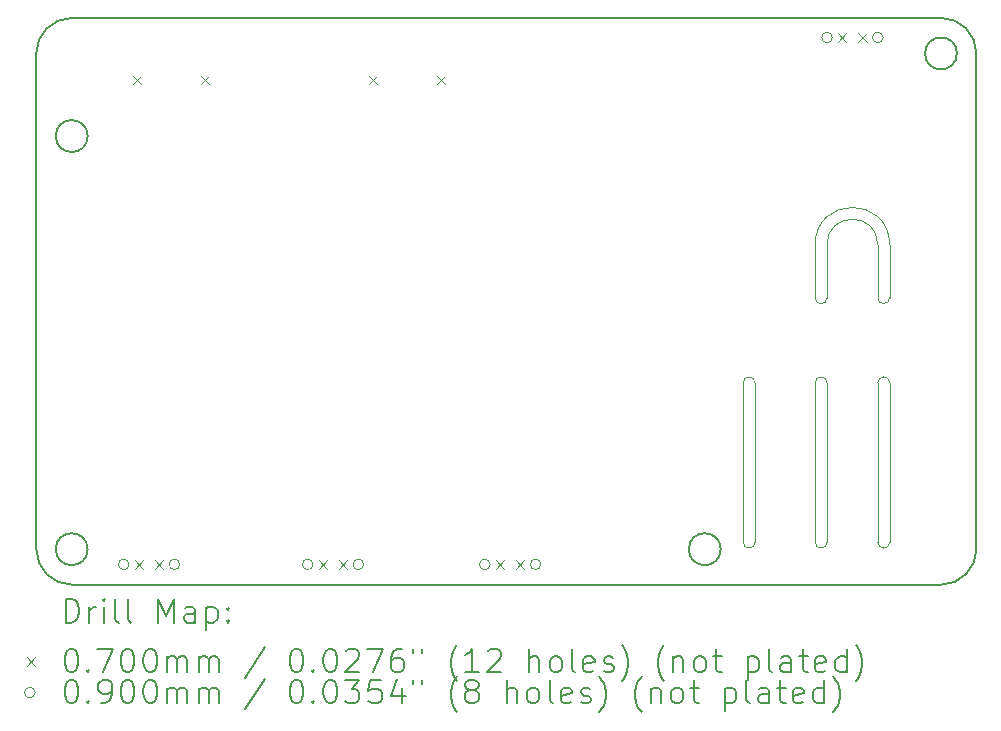
<source format=gbr>
%TF.GenerationSoftware,KiCad,Pcbnew,8.0.2*%
%TF.CreationDate,2024-06-10T19:24:12+08:00*%
%TF.ProjectId,pppc_usb_hub,70707063-5f75-4736-925f-6875622e6b69,Rev3*%
%TF.SameCoordinates,Original*%
%TF.FileFunction,Drillmap*%
%TF.FilePolarity,Positive*%
%FSLAX45Y45*%
G04 Gerber Fmt 4.5, Leading zero omitted, Abs format (unit mm)*
G04 Created by KiCad (PCBNEW 8.0.2) date 2024-06-10 19:24:12*
%MOMM*%
%LPD*%
G01*
G04 APERTURE LIST*
%ADD10C,0.050000*%
%ADD11C,0.200000*%
%ADD12C,0.100000*%
G04 APERTURE END LIST*
D10*
X18095000Y-10470000D02*
X18095000Y-10020000D01*
X17995000Y-10020000D02*
X17995000Y-10470000D01*
X18095000Y-10470000D02*
G75*
G02*
X17995000Y-10470000I-50000J0D01*
G01*
X17465000Y-10470000D02*
X17465000Y-10020000D01*
X17565000Y-10470000D02*
G75*
G02*
X17465000Y-10470000I-50000J0D01*
G01*
X17995000Y-11190000D02*
G75*
G02*
X18095000Y-11190000I50000J0D01*
G01*
X18095000Y-12540000D02*
G75*
G02*
X17995000Y-12540000I-50000J0D01*
G01*
X17565000Y-12540000D02*
G75*
G02*
X17465000Y-12540000I-50000J0D01*
G01*
X17565000Y-11190000D02*
X17565000Y-12540000D01*
X17465000Y-11190000D02*
G75*
G02*
X17565000Y-11190000I50000J0D01*
G01*
X16855000Y-11190000D02*
G75*
G02*
X16955000Y-11190000I50000J0D01*
G01*
X16855000Y-12540000D02*
X16855000Y-11190000D01*
X16955000Y-12540000D02*
G75*
G02*
X16855000Y-12540000I-50000J0D01*
G01*
X16955000Y-11190000D02*
X16955000Y-12540000D01*
X17465000Y-11190000D02*
X17465000Y-12540000D01*
X18095000Y-11190000D02*
X18095000Y-12540000D01*
X17995000Y-11190000D02*
X17995000Y-12540000D01*
X17465000Y-10020000D02*
G75*
G02*
X18095000Y-10020000I315000J0D01*
G01*
X17565000Y-10020000D02*
G75*
G02*
X17995000Y-10020000I215000J0D01*
G01*
D11*
X11170000Y-8101000D02*
X18530000Y-8101000D01*
X18665000Y-8401000D02*
G75*
G02*
X18395000Y-8401000I-135000J0D01*
G01*
X18395000Y-8401000D02*
G75*
G02*
X18665000Y-8401000I135000J0D01*
G01*
X18530000Y-12899000D02*
X11170000Y-12899000D01*
X10870000Y-12599000D02*
X10870000Y-8401000D01*
X11170000Y-12899000D02*
G75*
G02*
X10870000Y-12599000I0J300000D01*
G01*
X11305000Y-9101000D02*
G75*
G02*
X11035000Y-9101000I-135000J0D01*
G01*
X11035000Y-9101000D02*
G75*
G02*
X11305000Y-9101000I135000J0D01*
G01*
X18830000Y-12599000D02*
G75*
G02*
X18530000Y-12899000I-300000J0D01*
G01*
X11305000Y-12599000D02*
G75*
G02*
X11035000Y-12599000I-135000J0D01*
G01*
X11035000Y-12599000D02*
G75*
G02*
X11305000Y-12599000I135000J0D01*
G01*
X10870000Y-8401000D02*
G75*
G02*
X11170000Y-8101000I300000J0D01*
G01*
X18530000Y-8101000D02*
G75*
G02*
X18830000Y-8401000I0J-300000D01*
G01*
X16665000Y-12599000D02*
G75*
G02*
X16395000Y-12599000I-135000J0D01*
G01*
X16395000Y-12599000D02*
G75*
G02*
X16665000Y-12599000I135000J0D01*
G01*
X18830000Y-8401000D02*
X18830000Y-12599000D01*
D10*
X17565000Y-10020000D02*
X17565000Y-10470000D01*
D11*
D12*
X11685890Y-8594340D02*
X11755890Y-8664340D01*
X11755890Y-8594340D02*
X11685890Y-8664340D01*
X11705000Y-12692500D02*
X11775000Y-12762500D01*
X11775000Y-12692500D02*
X11705000Y-12762500D01*
X11875000Y-12692500D02*
X11945000Y-12762500D01*
X11945000Y-12692500D02*
X11875000Y-12762500D01*
X12263890Y-8594340D02*
X12333890Y-8664340D01*
X12333890Y-8594340D02*
X12263890Y-8664340D01*
X13262410Y-12692500D02*
X13332410Y-12762500D01*
X13332410Y-12692500D02*
X13262410Y-12762500D01*
X13432410Y-12692500D02*
X13502410Y-12762500D01*
X13502410Y-12692500D02*
X13432410Y-12762500D01*
X13685890Y-8594340D02*
X13755890Y-8664340D01*
X13755890Y-8594340D02*
X13685890Y-8664340D01*
X14263890Y-8594340D02*
X14333890Y-8664340D01*
X14333890Y-8594340D02*
X14263890Y-8664340D01*
X14762410Y-12692500D02*
X14832410Y-12762500D01*
X14832410Y-12692500D02*
X14762410Y-12762500D01*
X14932410Y-12692500D02*
X15002410Y-12762500D01*
X15002410Y-12692500D02*
X14932410Y-12762500D01*
X17659990Y-8231350D02*
X17729990Y-8301350D01*
X17729990Y-8231350D02*
X17659990Y-8301350D01*
X17829990Y-8231350D02*
X17899990Y-8301350D01*
X17899990Y-8231350D02*
X17829990Y-8301350D01*
X11655000Y-12727500D02*
G75*
G02*
X11565000Y-12727500I-45000J0D01*
G01*
X11565000Y-12727500D02*
G75*
G02*
X11655000Y-12727500I45000J0D01*
G01*
X12085000Y-12727500D02*
G75*
G02*
X11995000Y-12727500I-45000J0D01*
G01*
X11995000Y-12727500D02*
G75*
G02*
X12085000Y-12727500I45000J0D01*
G01*
X13212410Y-12727500D02*
G75*
G02*
X13122410Y-12727500I-45000J0D01*
G01*
X13122410Y-12727500D02*
G75*
G02*
X13212410Y-12727500I45000J0D01*
G01*
X13642410Y-12727500D02*
G75*
G02*
X13552410Y-12727500I-45000J0D01*
G01*
X13552410Y-12727500D02*
G75*
G02*
X13642410Y-12727500I45000J0D01*
G01*
X14712410Y-12727500D02*
G75*
G02*
X14622410Y-12727500I-45000J0D01*
G01*
X14622410Y-12727500D02*
G75*
G02*
X14712410Y-12727500I45000J0D01*
G01*
X15142410Y-12727500D02*
G75*
G02*
X15052410Y-12727500I-45000J0D01*
G01*
X15052410Y-12727500D02*
G75*
G02*
X15142410Y-12727500I45000J0D01*
G01*
X17609990Y-8266350D02*
G75*
G02*
X17519990Y-8266350I-45000J0D01*
G01*
X17519990Y-8266350D02*
G75*
G02*
X17609990Y-8266350I45000J0D01*
G01*
X18039990Y-8266350D02*
G75*
G02*
X17949990Y-8266350I-45000J0D01*
G01*
X17949990Y-8266350D02*
G75*
G02*
X18039990Y-8266350I45000J0D01*
G01*
D11*
X11120777Y-13220484D02*
X11120777Y-13020484D01*
X11120777Y-13020484D02*
X11168396Y-13020484D01*
X11168396Y-13020484D02*
X11196967Y-13030008D01*
X11196967Y-13030008D02*
X11216015Y-13049055D01*
X11216015Y-13049055D02*
X11225539Y-13068103D01*
X11225539Y-13068103D02*
X11235062Y-13106198D01*
X11235062Y-13106198D02*
X11235062Y-13134769D01*
X11235062Y-13134769D02*
X11225539Y-13172865D01*
X11225539Y-13172865D02*
X11216015Y-13191912D01*
X11216015Y-13191912D02*
X11196967Y-13210960D01*
X11196967Y-13210960D02*
X11168396Y-13220484D01*
X11168396Y-13220484D02*
X11120777Y-13220484D01*
X11320777Y-13220484D02*
X11320777Y-13087150D01*
X11320777Y-13125246D02*
X11330301Y-13106198D01*
X11330301Y-13106198D02*
X11339824Y-13096674D01*
X11339824Y-13096674D02*
X11358872Y-13087150D01*
X11358872Y-13087150D02*
X11377920Y-13087150D01*
X11444586Y-13220484D02*
X11444586Y-13087150D01*
X11444586Y-13020484D02*
X11435062Y-13030008D01*
X11435062Y-13030008D02*
X11444586Y-13039531D01*
X11444586Y-13039531D02*
X11454110Y-13030008D01*
X11454110Y-13030008D02*
X11444586Y-13020484D01*
X11444586Y-13020484D02*
X11444586Y-13039531D01*
X11568396Y-13220484D02*
X11549348Y-13210960D01*
X11549348Y-13210960D02*
X11539824Y-13191912D01*
X11539824Y-13191912D02*
X11539824Y-13020484D01*
X11673158Y-13220484D02*
X11654110Y-13210960D01*
X11654110Y-13210960D02*
X11644586Y-13191912D01*
X11644586Y-13191912D02*
X11644586Y-13020484D01*
X11901729Y-13220484D02*
X11901729Y-13020484D01*
X11901729Y-13020484D02*
X11968396Y-13163341D01*
X11968396Y-13163341D02*
X12035062Y-13020484D01*
X12035062Y-13020484D02*
X12035062Y-13220484D01*
X12216015Y-13220484D02*
X12216015Y-13115722D01*
X12216015Y-13115722D02*
X12206491Y-13096674D01*
X12206491Y-13096674D02*
X12187443Y-13087150D01*
X12187443Y-13087150D02*
X12149348Y-13087150D01*
X12149348Y-13087150D02*
X12130301Y-13096674D01*
X12216015Y-13210960D02*
X12196967Y-13220484D01*
X12196967Y-13220484D02*
X12149348Y-13220484D01*
X12149348Y-13220484D02*
X12130301Y-13210960D01*
X12130301Y-13210960D02*
X12120777Y-13191912D01*
X12120777Y-13191912D02*
X12120777Y-13172865D01*
X12120777Y-13172865D02*
X12130301Y-13153817D01*
X12130301Y-13153817D02*
X12149348Y-13144293D01*
X12149348Y-13144293D02*
X12196967Y-13144293D01*
X12196967Y-13144293D02*
X12216015Y-13134769D01*
X12311253Y-13087150D02*
X12311253Y-13287150D01*
X12311253Y-13096674D02*
X12330301Y-13087150D01*
X12330301Y-13087150D02*
X12368396Y-13087150D01*
X12368396Y-13087150D02*
X12387443Y-13096674D01*
X12387443Y-13096674D02*
X12396967Y-13106198D01*
X12396967Y-13106198D02*
X12406491Y-13125246D01*
X12406491Y-13125246D02*
X12406491Y-13182388D01*
X12406491Y-13182388D02*
X12396967Y-13201436D01*
X12396967Y-13201436D02*
X12387443Y-13210960D01*
X12387443Y-13210960D02*
X12368396Y-13220484D01*
X12368396Y-13220484D02*
X12330301Y-13220484D01*
X12330301Y-13220484D02*
X12311253Y-13210960D01*
X12492205Y-13201436D02*
X12501729Y-13210960D01*
X12501729Y-13210960D02*
X12492205Y-13220484D01*
X12492205Y-13220484D02*
X12482682Y-13210960D01*
X12482682Y-13210960D02*
X12492205Y-13201436D01*
X12492205Y-13201436D02*
X12492205Y-13220484D01*
X12492205Y-13096674D02*
X12501729Y-13106198D01*
X12501729Y-13106198D02*
X12492205Y-13115722D01*
X12492205Y-13115722D02*
X12482682Y-13106198D01*
X12482682Y-13106198D02*
X12492205Y-13096674D01*
X12492205Y-13096674D02*
X12492205Y-13115722D01*
D12*
X10790000Y-13514000D02*
X10860000Y-13584000D01*
X10860000Y-13514000D02*
X10790000Y-13584000D01*
D11*
X11158872Y-13440484D02*
X11177920Y-13440484D01*
X11177920Y-13440484D02*
X11196967Y-13450008D01*
X11196967Y-13450008D02*
X11206491Y-13459531D01*
X11206491Y-13459531D02*
X11216015Y-13478579D01*
X11216015Y-13478579D02*
X11225539Y-13516674D01*
X11225539Y-13516674D02*
X11225539Y-13564293D01*
X11225539Y-13564293D02*
X11216015Y-13602388D01*
X11216015Y-13602388D02*
X11206491Y-13621436D01*
X11206491Y-13621436D02*
X11196967Y-13630960D01*
X11196967Y-13630960D02*
X11177920Y-13640484D01*
X11177920Y-13640484D02*
X11158872Y-13640484D01*
X11158872Y-13640484D02*
X11139824Y-13630960D01*
X11139824Y-13630960D02*
X11130301Y-13621436D01*
X11130301Y-13621436D02*
X11120777Y-13602388D01*
X11120777Y-13602388D02*
X11111253Y-13564293D01*
X11111253Y-13564293D02*
X11111253Y-13516674D01*
X11111253Y-13516674D02*
X11120777Y-13478579D01*
X11120777Y-13478579D02*
X11130301Y-13459531D01*
X11130301Y-13459531D02*
X11139824Y-13450008D01*
X11139824Y-13450008D02*
X11158872Y-13440484D01*
X11311253Y-13621436D02*
X11320777Y-13630960D01*
X11320777Y-13630960D02*
X11311253Y-13640484D01*
X11311253Y-13640484D02*
X11301729Y-13630960D01*
X11301729Y-13630960D02*
X11311253Y-13621436D01*
X11311253Y-13621436D02*
X11311253Y-13640484D01*
X11387443Y-13440484D02*
X11520777Y-13440484D01*
X11520777Y-13440484D02*
X11435062Y-13640484D01*
X11635062Y-13440484D02*
X11654110Y-13440484D01*
X11654110Y-13440484D02*
X11673158Y-13450008D01*
X11673158Y-13450008D02*
X11682682Y-13459531D01*
X11682682Y-13459531D02*
X11692205Y-13478579D01*
X11692205Y-13478579D02*
X11701729Y-13516674D01*
X11701729Y-13516674D02*
X11701729Y-13564293D01*
X11701729Y-13564293D02*
X11692205Y-13602388D01*
X11692205Y-13602388D02*
X11682682Y-13621436D01*
X11682682Y-13621436D02*
X11673158Y-13630960D01*
X11673158Y-13630960D02*
X11654110Y-13640484D01*
X11654110Y-13640484D02*
X11635062Y-13640484D01*
X11635062Y-13640484D02*
X11616015Y-13630960D01*
X11616015Y-13630960D02*
X11606491Y-13621436D01*
X11606491Y-13621436D02*
X11596967Y-13602388D01*
X11596967Y-13602388D02*
X11587443Y-13564293D01*
X11587443Y-13564293D02*
X11587443Y-13516674D01*
X11587443Y-13516674D02*
X11596967Y-13478579D01*
X11596967Y-13478579D02*
X11606491Y-13459531D01*
X11606491Y-13459531D02*
X11616015Y-13450008D01*
X11616015Y-13450008D02*
X11635062Y-13440484D01*
X11825539Y-13440484D02*
X11844586Y-13440484D01*
X11844586Y-13440484D02*
X11863634Y-13450008D01*
X11863634Y-13450008D02*
X11873158Y-13459531D01*
X11873158Y-13459531D02*
X11882682Y-13478579D01*
X11882682Y-13478579D02*
X11892205Y-13516674D01*
X11892205Y-13516674D02*
X11892205Y-13564293D01*
X11892205Y-13564293D02*
X11882682Y-13602388D01*
X11882682Y-13602388D02*
X11873158Y-13621436D01*
X11873158Y-13621436D02*
X11863634Y-13630960D01*
X11863634Y-13630960D02*
X11844586Y-13640484D01*
X11844586Y-13640484D02*
X11825539Y-13640484D01*
X11825539Y-13640484D02*
X11806491Y-13630960D01*
X11806491Y-13630960D02*
X11796967Y-13621436D01*
X11796967Y-13621436D02*
X11787443Y-13602388D01*
X11787443Y-13602388D02*
X11777920Y-13564293D01*
X11777920Y-13564293D02*
X11777920Y-13516674D01*
X11777920Y-13516674D02*
X11787443Y-13478579D01*
X11787443Y-13478579D02*
X11796967Y-13459531D01*
X11796967Y-13459531D02*
X11806491Y-13450008D01*
X11806491Y-13450008D02*
X11825539Y-13440484D01*
X11977920Y-13640484D02*
X11977920Y-13507150D01*
X11977920Y-13526198D02*
X11987443Y-13516674D01*
X11987443Y-13516674D02*
X12006491Y-13507150D01*
X12006491Y-13507150D02*
X12035063Y-13507150D01*
X12035063Y-13507150D02*
X12054110Y-13516674D01*
X12054110Y-13516674D02*
X12063634Y-13535722D01*
X12063634Y-13535722D02*
X12063634Y-13640484D01*
X12063634Y-13535722D02*
X12073158Y-13516674D01*
X12073158Y-13516674D02*
X12092205Y-13507150D01*
X12092205Y-13507150D02*
X12120777Y-13507150D01*
X12120777Y-13507150D02*
X12139824Y-13516674D01*
X12139824Y-13516674D02*
X12149348Y-13535722D01*
X12149348Y-13535722D02*
X12149348Y-13640484D01*
X12244586Y-13640484D02*
X12244586Y-13507150D01*
X12244586Y-13526198D02*
X12254110Y-13516674D01*
X12254110Y-13516674D02*
X12273158Y-13507150D01*
X12273158Y-13507150D02*
X12301729Y-13507150D01*
X12301729Y-13507150D02*
X12320777Y-13516674D01*
X12320777Y-13516674D02*
X12330301Y-13535722D01*
X12330301Y-13535722D02*
X12330301Y-13640484D01*
X12330301Y-13535722D02*
X12339824Y-13516674D01*
X12339824Y-13516674D02*
X12358872Y-13507150D01*
X12358872Y-13507150D02*
X12387443Y-13507150D01*
X12387443Y-13507150D02*
X12406491Y-13516674D01*
X12406491Y-13516674D02*
X12416015Y-13535722D01*
X12416015Y-13535722D02*
X12416015Y-13640484D01*
X12806491Y-13430960D02*
X12635063Y-13688103D01*
X13063634Y-13440484D02*
X13082682Y-13440484D01*
X13082682Y-13440484D02*
X13101729Y-13450008D01*
X13101729Y-13450008D02*
X13111253Y-13459531D01*
X13111253Y-13459531D02*
X13120777Y-13478579D01*
X13120777Y-13478579D02*
X13130301Y-13516674D01*
X13130301Y-13516674D02*
X13130301Y-13564293D01*
X13130301Y-13564293D02*
X13120777Y-13602388D01*
X13120777Y-13602388D02*
X13111253Y-13621436D01*
X13111253Y-13621436D02*
X13101729Y-13630960D01*
X13101729Y-13630960D02*
X13082682Y-13640484D01*
X13082682Y-13640484D02*
X13063634Y-13640484D01*
X13063634Y-13640484D02*
X13044586Y-13630960D01*
X13044586Y-13630960D02*
X13035063Y-13621436D01*
X13035063Y-13621436D02*
X13025539Y-13602388D01*
X13025539Y-13602388D02*
X13016015Y-13564293D01*
X13016015Y-13564293D02*
X13016015Y-13516674D01*
X13016015Y-13516674D02*
X13025539Y-13478579D01*
X13025539Y-13478579D02*
X13035063Y-13459531D01*
X13035063Y-13459531D02*
X13044586Y-13450008D01*
X13044586Y-13450008D02*
X13063634Y-13440484D01*
X13216015Y-13621436D02*
X13225539Y-13630960D01*
X13225539Y-13630960D02*
X13216015Y-13640484D01*
X13216015Y-13640484D02*
X13206491Y-13630960D01*
X13206491Y-13630960D02*
X13216015Y-13621436D01*
X13216015Y-13621436D02*
X13216015Y-13640484D01*
X13349348Y-13440484D02*
X13368396Y-13440484D01*
X13368396Y-13440484D02*
X13387444Y-13450008D01*
X13387444Y-13450008D02*
X13396967Y-13459531D01*
X13396967Y-13459531D02*
X13406491Y-13478579D01*
X13406491Y-13478579D02*
X13416015Y-13516674D01*
X13416015Y-13516674D02*
X13416015Y-13564293D01*
X13416015Y-13564293D02*
X13406491Y-13602388D01*
X13406491Y-13602388D02*
X13396967Y-13621436D01*
X13396967Y-13621436D02*
X13387444Y-13630960D01*
X13387444Y-13630960D02*
X13368396Y-13640484D01*
X13368396Y-13640484D02*
X13349348Y-13640484D01*
X13349348Y-13640484D02*
X13330301Y-13630960D01*
X13330301Y-13630960D02*
X13320777Y-13621436D01*
X13320777Y-13621436D02*
X13311253Y-13602388D01*
X13311253Y-13602388D02*
X13301729Y-13564293D01*
X13301729Y-13564293D02*
X13301729Y-13516674D01*
X13301729Y-13516674D02*
X13311253Y-13478579D01*
X13311253Y-13478579D02*
X13320777Y-13459531D01*
X13320777Y-13459531D02*
X13330301Y-13450008D01*
X13330301Y-13450008D02*
X13349348Y-13440484D01*
X13492206Y-13459531D02*
X13501729Y-13450008D01*
X13501729Y-13450008D02*
X13520777Y-13440484D01*
X13520777Y-13440484D02*
X13568396Y-13440484D01*
X13568396Y-13440484D02*
X13587444Y-13450008D01*
X13587444Y-13450008D02*
X13596967Y-13459531D01*
X13596967Y-13459531D02*
X13606491Y-13478579D01*
X13606491Y-13478579D02*
X13606491Y-13497627D01*
X13606491Y-13497627D02*
X13596967Y-13526198D01*
X13596967Y-13526198D02*
X13482682Y-13640484D01*
X13482682Y-13640484D02*
X13606491Y-13640484D01*
X13673158Y-13440484D02*
X13806491Y-13440484D01*
X13806491Y-13440484D02*
X13720777Y-13640484D01*
X13968396Y-13440484D02*
X13930301Y-13440484D01*
X13930301Y-13440484D02*
X13911253Y-13450008D01*
X13911253Y-13450008D02*
X13901729Y-13459531D01*
X13901729Y-13459531D02*
X13882682Y-13488103D01*
X13882682Y-13488103D02*
X13873158Y-13526198D01*
X13873158Y-13526198D02*
X13873158Y-13602388D01*
X13873158Y-13602388D02*
X13882682Y-13621436D01*
X13882682Y-13621436D02*
X13892206Y-13630960D01*
X13892206Y-13630960D02*
X13911253Y-13640484D01*
X13911253Y-13640484D02*
X13949348Y-13640484D01*
X13949348Y-13640484D02*
X13968396Y-13630960D01*
X13968396Y-13630960D02*
X13977920Y-13621436D01*
X13977920Y-13621436D02*
X13987444Y-13602388D01*
X13987444Y-13602388D02*
X13987444Y-13554769D01*
X13987444Y-13554769D02*
X13977920Y-13535722D01*
X13977920Y-13535722D02*
X13968396Y-13526198D01*
X13968396Y-13526198D02*
X13949348Y-13516674D01*
X13949348Y-13516674D02*
X13911253Y-13516674D01*
X13911253Y-13516674D02*
X13892206Y-13526198D01*
X13892206Y-13526198D02*
X13882682Y-13535722D01*
X13882682Y-13535722D02*
X13873158Y-13554769D01*
X14063634Y-13440484D02*
X14063634Y-13478579D01*
X14139825Y-13440484D02*
X14139825Y-13478579D01*
X14435063Y-13716674D02*
X14425539Y-13707150D01*
X14425539Y-13707150D02*
X14406491Y-13678579D01*
X14406491Y-13678579D02*
X14396968Y-13659531D01*
X14396968Y-13659531D02*
X14387444Y-13630960D01*
X14387444Y-13630960D02*
X14377920Y-13583341D01*
X14377920Y-13583341D02*
X14377920Y-13545246D01*
X14377920Y-13545246D02*
X14387444Y-13497627D01*
X14387444Y-13497627D02*
X14396968Y-13469055D01*
X14396968Y-13469055D02*
X14406491Y-13450008D01*
X14406491Y-13450008D02*
X14425539Y-13421436D01*
X14425539Y-13421436D02*
X14435063Y-13411912D01*
X14616015Y-13640484D02*
X14501729Y-13640484D01*
X14558872Y-13640484D02*
X14558872Y-13440484D01*
X14558872Y-13440484D02*
X14539825Y-13469055D01*
X14539825Y-13469055D02*
X14520777Y-13488103D01*
X14520777Y-13488103D02*
X14501729Y-13497627D01*
X14692206Y-13459531D02*
X14701729Y-13450008D01*
X14701729Y-13450008D02*
X14720777Y-13440484D01*
X14720777Y-13440484D02*
X14768396Y-13440484D01*
X14768396Y-13440484D02*
X14787444Y-13450008D01*
X14787444Y-13450008D02*
X14796968Y-13459531D01*
X14796968Y-13459531D02*
X14806491Y-13478579D01*
X14806491Y-13478579D02*
X14806491Y-13497627D01*
X14806491Y-13497627D02*
X14796968Y-13526198D01*
X14796968Y-13526198D02*
X14682682Y-13640484D01*
X14682682Y-13640484D02*
X14806491Y-13640484D01*
X15044587Y-13640484D02*
X15044587Y-13440484D01*
X15130301Y-13640484D02*
X15130301Y-13535722D01*
X15130301Y-13535722D02*
X15120777Y-13516674D01*
X15120777Y-13516674D02*
X15101730Y-13507150D01*
X15101730Y-13507150D02*
X15073158Y-13507150D01*
X15073158Y-13507150D02*
X15054110Y-13516674D01*
X15054110Y-13516674D02*
X15044587Y-13526198D01*
X15254110Y-13640484D02*
X15235063Y-13630960D01*
X15235063Y-13630960D02*
X15225539Y-13621436D01*
X15225539Y-13621436D02*
X15216015Y-13602388D01*
X15216015Y-13602388D02*
X15216015Y-13545246D01*
X15216015Y-13545246D02*
X15225539Y-13526198D01*
X15225539Y-13526198D02*
X15235063Y-13516674D01*
X15235063Y-13516674D02*
X15254110Y-13507150D01*
X15254110Y-13507150D02*
X15282682Y-13507150D01*
X15282682Y-13507150D02*
X15301730Y-13516674D01*
X15301730Y-13516674D02*
X15311253Y-13526198D01*
X15311253Y-13526198D02*
X15320777Y-13545246D01*
X15320777Y-13545246D02*
X15320777Y-13602388D01*
X15320777Y-13602388D02*
X15311253Y-13621436D01*
X15311253Y-13621436D02*
X15301730Y-13630960D01*
X15301730Y-13630960D02*
X15282682Y-13640484D01*
X15282682Y-13640484D02*
X15254110Y-13640484D01*
X15435063Y-13640484D02*
X15416015Y-13630960D01*
X15416015Y-13630960D02*
X15406491Y-13611912D01*
X15406491Y-13611912D02*
X15406491Y-13440484D01*
X15587444Y-13630960D02*
X15568396Y-13640484D01*
X15568396Y-13640484D02*
X15530301Y-13640484D01*
X15530301Y-13640484D02*
X15511253Y-13630960D01*
X15511253Y-13630960D02*
X15501730Y-13611912D01*
X15501730Y-13611912D02*
X15501730Y-13535722D01*
X15501730Y-13535722D02*
X15511253Y-13516674D01*
X15511253Y-13516674D02*
X15530301Y-13507150D01*
X15530301Y-13507150D02*
X15568396Y-13507150D01*
X15568396Y-13507150D02*
X15587444Y-13516674D01*
X15587444Y-13516674D02*
X15596968Y-13535722D01*
X15596968Y-13535722D02*
X15596968Y-13554769D01*
X15596968Y-13554769D02*
X15501730Y-13573817D01*
X15673158Y-13630960D02*
X15692206Y-13640484D01*
X15692206Y-13640484D02*
X15730301Y-13640484D01*
X15730301Y-13640484D02*
X15749349Y-13630960D01*
X15749349Y-13630960D02*
X15758872Y-13611912D01*
X15758872Y-13611912D02*
X15758872Y-13602388D01*
X15758872Y-13602388D02*
X15749349Y-13583341D01*
X15749349Y-13583341D02*
X15730301Y-13573817D01*
X15730301Y-13573817D02*
X15701730Y-13573817D01*
X15701730Y-13573817D02*
X15682682Y-13564293D01*
X15682682Y-13564293D02*
X15673158Y-13545246D01*
X15673158Y-13545246D02*
X15673158Y-13535722D01*
X15673158Y-13535722D02*
X15682682Y-13516674D01*
X15682682Y-13516674D02*
X15701730Y-13507150D01*
X15701730Y-13507150D02*
X15730301Y-13507150D01*
X15730301Y-13507150D02*
X15749349Y-13516674D01*
X15825539Y-13716674D02*
X15835063Y-13707150D01*
X15835063Y-13707150D02*
X15854111Y-13678579D01*
X15854111Y-13678579D02*
X15863634Y-13659531D01*
X15863634Y-13659531D02*
X15873158Y-13630960D01*
X15873158Y-13630960D02*
X15882682Y-13583341D01*
X15882682Y-13583341D02*
X15882682Y-13545246D01*
X15882682Y-13545246D02*
X15873158Y-13497627D01*
X15873158Y-13497627D02*
X15863634Y-13469055D01*
X15863634Y-13469055D02*
X15854111Y-13450008D01*
X15854111Y-13450008D02*
X15835063Y-13421436D01*
X15835063Y-13421436D02*
X15825539Y-13411912D01*
X16187444Y-13716674D02*
X16177920Y-13707150D01*
X16177920Y-13707150D02*
X16158872Y-13678579D01*
X16158872Y-13678579D02*
X16149349Y-13659531D01*
X16149349Y-13659531D02*
X16139825Y-13630960D01*
X16139825Y-13630960D02*
X16130301Y-13583341D01*
X16130301Y-13583341D02*
X16130301Y-13545246D01*
X16130301Y-13545246D02*
X16139825Y-13497627D01*
X16139825Y-13497627D02*
X16149349Y-13469055D01*
X16149349Y-13469055D02*
X16158872Y-13450008D01*
X16158872Y-13450008D02*
X16177920Y-13421436D01*
X16177920Y-13421436D02*
X16187444Y-13411912D01*
X16263634Y-13507150D02*
X16263634Y-13640484D01*
X16263634Y-13526198D02*
X16273158Y-13516674D01*
X16273158Y-13516674D02*
X16292206Y-13507150D01*
X16292206Y-13507150D02*
X16320777Y-13507150D01*
X16320777Y-13507150D02*
X16339825Y-13516674D01*
X16339825Y-13516674D02*
X16349349Y-13535722D01*
X16349349Y-13535722D02*
X16349349Y-13640484D01*
X16473158Y-13640484D02*
X16454111Y-13630960D01*
X16454111Y-13630960D02*
X16444587Y-13621436D01*
X16444587Y-13621436D02*
X16435063Y-13602388D01*
X16435063Y-13602388D02*
X16435063Y-13545246D01*
X16435063Y-13545246D02*
X16444587Y-13526198D01*
X16444587Y-13526198D02*
X16454111Y-13516674D01*
X16454111Y-13516674D02*
X16473158Y-13507150D01*
X16473158Y-13507150D02*
X16501730Y-13507150D01*
X16501730Y-13507150D02*
X16520777Y-13516674D01*
X16520777Y-13516674D02*
X16530301Y-13526198D01*
X16530301Y-13526198D02*
X16539825Y-13545246D01*
X16539825Y-13545246D02*
X16539825Y-13602388D01*
X16539825Y-13602388D02*
X16530301Y-13621436D01*
X16530301Y-13621436D02*
X16520777Y-13630960D01*
X16520777Y-13630960D02*
X16501730Y-13640484D01*
X16501730Y-13640484D02*
X16473158Y-13640484D01*
X16596968Y-13507150D02*
X16673158Y-13507150D01*
X16625539Y-13440484D02*
X16625539Y-13611912D01*
X16625539Y-13611912D02*
X16635063Y-13630960D01*
X16635063Y-13630960D02*
X16654111Y-13640484D01*
X16654111Y-13640484D02*
X16673158Y-13640484D01*
X16892206Y-13507150D02*
X16892206Y-13707150D01*
X16892206Y-13516674D02*
X16911254Y-13507150D01*
X16911254Y-13507150D02*
X16949349Y-13507150D01*
X16949349Y-13507150D02*
X16968396Y-13516674D01*
X16968396Y-13516674D02*
X16977920Y-13526198D01*
X16977920Y-13526198D02*
X16987444Y-13545246D01*
X16987444Y-13545246D02*
X16987444Y-13602388D01*
X16987444Y-13602388D02*
X16977920Y-13621436D01*
X16977920Y-13621436D02*
X16968396Y-13630960D01*
X16968396Y-13630960D02*
X16949349Y-13640484D01*
X16949349Y-13640484D02*
X16911254Y-13640484D01*
X16911254Y-13640484D02*
X16892206Y-13630960D01*
X17101730Y-13640484D02*
X17082682Y-13630960D01*
X17082682Y-13630960D02*
X17073158Y-13611912D01*
X17073158Y-13611912D02*
X17073158Y-13440484D01*
X17263635Y-13640484D02*
X17263635Y-13535722D01*
X17263635Y-13535722D02*
X17254111Y-13516674D01*
X17254111Y-13516674D02*
X17235063Y-13507150D01*
X17235063Y-13507150D02*
X17196968Y-13507150D01*
X17196968Y-13507150D02*
X17177920Y-13516674D01*
X17263635Y-13630960D02*
X17244587Y-13640484D01*
X17244587Y-13640484D02*
X17196968Y-13640484D01*
X17196968Y-13640484D02*
X17177920Y-13630960D01*
X17177920Y-13630960D02*
X17168396Y-13611912D01*
X17168396Y-13611912D02*
X17168396Y-13592865D01*
X17168396Y-13592865D02*
X17177920Y-13573817D01*
X17177920Y-13573817D02*
X17196968Y-13564293D01*
X17196968Y-13564293D02*
X17244587Y-13564293D01*
X17244587Y-13564293D02*
X17263635Y-13554769D01*
X17330301Y-13507150D02*
X17406492Y-13507150D01*
X17358873Y-13440484D02*
X17358873Y-13611912D01*
X17358873Y-13611912D02*
X17368396Y-13630960D01*
X17368396Y-13630960D02*
X17387444Y-13640484D01*
X17387444Y-13640484D02*
X17406492Y-13640484D01*
X17549349Y-13630960D02*
X17530301Y-13640484D01*
X17530301Y-13640484D02*
X17492206Y-13640484D01*
X17492206Y-13640484D02*
X17473158Y-13630960D01*
X17473158Y-13630960D02*
X17463635Y-13611912D01*
X17463635Y-13611912D02*
X17463635Y-13535722D01*
X17463635Y-13535722D02*
X17473158Y-13516674D01*
X17473158Y-13516674D02*
X17492206Y-13507150D01*
X17492206Y-13507150D02*
X17530301Y-13507150D01*
X17530301Y-13507150D02*
X17549349Y-13516674D01*
X17549349Y-13516674D02*
X17558873Y-13535722D01*
X17558873Y-13535722D02*
X17558873Y-13554769D01*
X17558873Y-13554769D02*
X17463635Y-13573817D01*
X17730301Y-13640484D02*
X17730301Y-13440484D01*
X17730301Y-13630960D02*
X17711254Y-13640484D01*
X17711254Y-13640484D02*
X17673158Y-13640484D01*
X17673158Y-13640484D02*
X17654111Y-13630960D01*
X17654111Y-13630960D02*
X17644587Y-13621436D01*
X17644587Y-13621436D02*
X17635063Y-13602388D01*
X17635063Y-13602388D02*
X17635063Y-13545246D01*
X17635063Y-13545246D02*
X17644587Y-13526198D01*
X17644587Y-13526198D02*
X17654111Y-13516674D01*
X17654111Y-13516674D02*
X17673158Y-13507150D01*
X17673158Y-13507150D02*
X17711254Y-13507150D01*
X17711254Y-13507150D02*
X17730301Y-13516674D01*
X17806492Y-13716674D02*
X17816016Y-13707150D01*
X17816016Y-13707150D02*
X17835063Y-13678579D01*
X17835063Y-13678579D02*
X17844587Y-13659531D01*
X17844587Y-13659531D02*
X17854111Y-13630960D01*
X17854111Y-13630960D02*
X17863635Y-13583341D01*
X17863635Y-13583341D02*
X17863635Y-13545246D01*
X17863635Y-13545246D02*
X17854111Y-13497627D01*
X17854111Y-13497627D02*
X17844587Y-13469055D01*
X17844587Y-13469055D02*
X17835063Y-13450008D01*
X17835063Y-13450008D02*
X17816016Y-13421436D01*
X17816016Y-13421436D02*
X17806492Y-13411912D01*
D12*
X10860000Y-13813000D02*
G75*
G02*
X10770000Y-13813000I-45000J0D01*
G01*
X10770000Y-13813000D02*
G75*
G02*
X10860000Y-13813000I45000J0D01*
G01*
D11*
X11158872Y-13704484D02*
X11177920Y-13704484D01*
X11177920Y-13704484D02*
X11196967Y-13714008D01*
X11196967Y-13714008D02*
X11206491Y-13723531D01*
X11206491Y-13723531D02*
X11216015Y-13742579D01*
X11216015Y-13742579D02*
X11225539Y-13780674D01*
X11225539Y-13780674D02*
X11225539Y-13828293D01*
X11225539Y-13828293D02*
X11216015Y-13866388D01*
X11216015Y-13866388D02*
X11206491Y-13885436D01*
X11206491Y-13885436D02*
X11196967Y-13894960D01*
X11196967Y-13894960D02*
X11177920Y-13904484D01*
X11177920Y-13904484D02*
X11158872Y-13904484D01*
X11158872Y-13904484D02*
X11139824Y-13894960D01*
X11139824Y-13894960D02*
X11130301Y-13885436D01*
X11130301Y-13885436D02*
X11120777Y-13866388D01*
X11120777Y-13866388D02*
X11111253Y-13828293D01*
X11111253Y-13828293D02*
X11111253Y-13780674D01*
X11111253Y-13780674D02*
X11120777Y-13742579D01*
X11120777Y-13742579D02*
X11130301Y-13723531D01*
X11130301Y-13723531D02*
X11139824Y-13714008D01*
X11139824Y-13714008D02*
X11158872Y-13704484D01*
X11311253Y-13885436D02*
X11320777Y-13894960D01*
X11320777Y-13894960D02*
X11311253Y-13904484D01*
X11311253Y-13904484D02*
X11301729Y-13894960D01*
X11301729Y-13894960D02*
X11311253Y-13885436D01*
X11311253Y-13885436D02*
X11311253Y-13904484D01*
X11416015Y-13904484D02*
X11454110Y-13904484D01*
X11454110Y-13904484D02*
X11473158Y-13894960D01*
X11473158Y-13894960D02*
X11482682Y-13885436D01*
X11482682Y-13885436D02*
X11501729Y-13856865D01*
X11501729Y-13856865D02*
X11511253Y-13818769D01*
X11511253Y-13818769D02*
X11511253Y-13742579D01*
X11511253Y-13742579D02*
X11501729Y-13723531D01*
X11501729Y-13723531D02*
X11492205Y-13714008D01*
X11492205Y-13714008D02*
X11473158Y-13704484D01*
X11473158Y-13704484D02*
X11435062Y-13704484D01*
X11435062Y-13704484D02*
X11416015Y-13714008D01*
X11416015Y-13714008D02*
X11406491Y-13723531D01*
X11406491Y-13723531D02*
X11396967Y-13742579D01*
X11396967Y-13742579D02*
X11396967Y-13790198D01*
X11396967Y-13790198D02*
X11406491Y-13809246D01*
X11406491Y-13809246D02*
X11416015Y-13818769D01*
X11416015Y-13818769D02*
X11435062Y-13828293D01*
X11435062Y-13828293D02*
X11473158Y-13828293D01*
X11473158Y-13828293D02*
X11492205Y-13818769D01*
X11492205Y-13818769D02*
X11501729Y-13809246D01*
X11501729Y-13809246D02*
X11511253Y-13790198D01*
X11635062Y-13704484D02*
X11654110Y-13704484D01*
X11654110Y-13704484D02*
X11673158Y-13714008D01*
X11673158Y-13714008D02*
X11682682Y-13723531D01*
X11682682Y-13723531D02*
X11692205Y-13742579D01*
X11692205Y-13742579D02*
X11701729Y-13780674D01*
X11701729Y-13780674D02*
X11701729Y-13828293D01*
X11701729Y-13828293D02*
X11692205Y-13866388D01*
X11692205Y-13866388D02*
X11682682Y-13885436D01*
X11682682Y-13885436D02*
X11673158Y-13894960D01*
X11673158Y-13894960D02*
X11654110Y-13904484D01*
X11654110Y-13904484D02*
X11635062Y-13904484D01*
X11635062Y-13904484D02*
X11616015Y-13894960D01*
X11616015Y-13894960D02*
X11606491Y-13885436D01*
X11606491Y-13885436D02*
X11596967Y-13866388D01*
X11596967Y-13866388D02*
X11587443Y-13828293D01*
X11587443Y-13828293D02*
X11587443Y-13780674D01*
X11587443Y-13780674D02*
X11596967Y-13742579D01*
X11596967Y-13742579D02*
X11606491Y-13723531D01*
X11606491Y-13723531D02*
X11616015Y-13714008D01*
X11616015Y-13714008D02*
X11635062Y-13704484D01*
X11825539Y-13704484D02*
X11844586Y-13704484D01*
X11844586Y-13704484D02*
X11863634Y-13714008D01*
X11863634Y-13714008D02*
X11873158Y-13723531D01*
X11873158Y-13723531D02*
X11882682Y-13742579D01*
X11882682Y-13742579D02*
X11892205Y-13780674D01*
X11892205Y-13780674D02*
X11892205Y-13828293D01*
X11892205Y-13828293D02*
X11882682Y-13866388D01*
X11882682Y-13866388D02*
X11873158Y-13885436D01*
X11873158Y-13885436D02*
X11863634Y-13894960D01*
X11863634Y-13894960D02*
X11844586Y-13904484D01*
X11844586Y-13904484D02*
X11825539Y-13904484D01*
X11825539Y-13904484D02*
X11806491Y-13894960D01*
X11806491Y-13894960D02*
X11796967Y-13885436D01*
X11796967Y-13885436D02*
X11787443Y-13866388D01*
X11787443Y-13866388D02*
X11777920Y-13828293D01*
X11777920Y-13828293D02*
X11777920Y-13780674D01*
X11777920Y-13780674D02*
X11787443Y-13742579D01*
X11787443Y-13742579D02*
X11796967Y-13723531D01*
X11796967Y-13723531D02*
X11806491Y-13714008D01*
X11806491Y-13714008D02*
X11825539Y-13704484D01*
X11977920Y-13904484D02*
X11977920Y-13771150D01*
X11977920Y-13790198D02*
X11987443Y-13780674D01*
X11987443Y-13780674D02*
X12006491Y-13771150D01*
X12006491Y-13771150D02*
X12035063Y-13771150D01*
X12035063Y-13771150D02*
X12054110Y-13780674D01*
X12054110Y-13780674D02*
X12063634Y-13799722D01*
X12063634Y-13799722D02*
X12063634Y-13904484D01*
X12063634Y-13799722D02*
X12073158Y-13780674D01*
X12073158Y-13780674D02*
X12092205Y-13771150D01*
X12092205Y-13771150D02*
X12120777Y-13771150D01*
X12120777Y-13771150D02*
X12139824Y-13780674D01*
X12139824Y-13780674D02*
X12149348Y-13799722D01*
X12149348Y-13799722D02*
X12149348Y-13904484D01*
X12244586Y-13904484D02*
X12244586Y-13771150D01*
X12244586Y-13790198D02*
X12254110Y-13780674D01*
X12254110Y-13780674D02*
X12273158Y-13771150D01*
X12273158Y-13771150D02*
X12301729Y-13771150D01*
X12301729Y-13771150D02*
X12320777Y-13780674D01*
X12320777Y-13780674D02*
X12330301Y-13799722D01*
X12330301Y-13799722D02*
X12330301Y-13904484D01*
X12330301Y-13799722D02*
X12339824Y-13780674D01*
X12339824Y-13780674D02*
X12358872Y-13771150D01*
X12358872Y-13771150D02*
X12387443Y-13771150D01*
X12387443Y-13771150D02*
X12406491Y-13780674D01*
X12406491Y-13780674D02*
X12416015Y-13799722D01*
X12416015Y-13799722D02*
X12416015Y-13904484D01*
X12806491Y-13694960D02*
X12635063Y-13952103D01*
X13063634Y-13704484D02*
X13082682Y-13704484D01*
X13082682Y-13704484D02*
X13101729Y-13714008D01*
X13101729Y-13714008D02*
X13111253Y-13723531D01*
X13111253Y-13723531D02*
X13120777Y-13742579D01*
X13120777Y-13742579D02*
X13130301Y-13780674D01*
X13130301Y-13780674D02*
X13130301Y-13828293D01*
X13130301Y-13828293D02*
X13120777Y-13866388D01*
X13120777Y-13866388D02*
X13111253Y-13885436D01*
X13111253Y-13885436D02*
X13101729Y-13894960D01*
X13101729Y-13894960D02*
X13082682Y-13904484D01*
X13082682Y-13904484D02*
X13063634Y-13904484D01*
X13063634Y-13904484D02*
X13044586Y-13894960D01*
X13044586Y-13894960D02*
X13035063Y-13885436D01*
X13035063Y-13885436D02*
X13025539Y-13866388D01*
X13025539Y-13866388D02*
X13016015Y-13828293D01*
X13016015Y-13828293D02*
X13016015Y-13780674D01*
X13016015Y-13780674D02*
X13025539Y-13742579D01*
X13025539Y-13742579D02*
X13035063Y-13723531D01*
X13035063Y-13723531D02*
X13044586Y-13714008D01*
X13044586Y-13714008D02*
X13063634Y-13704484D01*
X13216015Y-13885436D02*
X13225539Y-13894960D01*
X13225539Y-13894960D02*
X13216015Y-13904484D01*
X13216015Y-13904484D02*
X13206491Y-13894960D01*
X13206491Y-13894960D02*
X13216015Y-13885436D01*
X13216015Y-13885436D02*
X13216015Y-13904484D01*
X13349348Y-13704484D02*
X13368396Y-13704484D01*
X13368396Y-13704484D02*
X13387444Y-13714008D01*
X13387444Y-13714008D02*
X13396967Y-13723531D01*
X13396967Y-13723531D02*
X13406491Y-13742579D01*
X13406491Y-13742579D02*
X13416015Y-13780674D01*
X13416015Y-13780674D02*
X13416015Y-13828293D01*
X13416015Y-13828293D02*
X13406491Y-13866388D01*
X13406491Y-13866388D02*
X13396967Y-13885436D01*
X13396967Y-13885436D02*
X13387444Y-13894960D01*
X13387444Y-13894960D02*
X13368396Y-13904484D01*
X13368396Y-13904484D02*
X13349348Y-13904484D01*
X13349348Y-13904484D02*
X13330301Y-13894960D01*
X13330301Y-13894960D02*
X13320777Y-13885436D01*
X13320777Y-13885436D02*
X13311253Y-13866388D01*
X13311253Y-13866388D02*
X13301729Y-13828293D01*
X13301729Y-13828293D02*
X13301729Y-13780674D01*
X13301729Y-13780674D02*
X13311253Y-13742579D01*
X13311253Y-13742579D02*
X13320777Y-13723531D01*
X13320777Y-13723531D02*
X13330301Y-13714008D01*
X13330301Y-13714008D02*
X13349348Y-13704484D01*
X13482682Y-13704484D02*
X13606491Y-13704484D01*
X13606491Y-13704484D02*
X13539825Y-13780674D01*
X13539825Y-13780674D02*
X13568396Y-13780674D01*
X13568396Y-13780674D02*
X13587444Y-13790198D01*
X13587444Y-13790198D02*
X13596967Y-13799722D01*
X13596967Y-13799722D02*
X13606491Y-13818769D01*
X13606491Y-13818769D02*
X13606491Y-13866388D01*
X13606491Y-13866388D02*
X13596967Y-13885436D01*
X13596967Y-13885436D02*
X13587444Y-13894960D01*
X13587444Y-13894960D02*
X13568396Y-13904484D01*
X13568396Y-13904484D02*
X13511253Y-13904484D01*
X13511253Y-13904484D02*
X13492206Y-13894960D01*
X13492206Y-13894960D02*
X13482682Y-13885436D01*
X13787444Y-13704484D02*
X13692206Y-13704484D01*
X13692206Y-13704484D02*
X13682682Y-13799722D01*
X13682682Y-13799722D02*
X13692206Y-13790198D01*
X13692206Y-13790198D02*
X13711253Y-13780674D01*
X13711253Y-13780674D02*
X13758872Y-13780674D01*
X13758872Y-13780674D02*
X13777920Y-13790198D01*
X13777920Y-13790198D02*
X13787444Y-13799722D01*
X13787444Y-13799722D02*
X13796967Y-13818769D01*
X13796967Y-13818769D02*
X13796967Y-13866388D01*
X13796967Y-13866388D02*
X13787444Y-13885436D01*
X13787444Y-13885436D02*
X13777920Y-13894960D01*
X13777920Y-13894960D02*
X13758872Y-13904484D01*
X13758872Y-13904484D02*
X13711253Y-13904484D01*
X13711253Y-13904484D02*
X13692206Y-13894960D01*
X13692206Y-13894960D02*
X13682682Y-13885436D01*
X13968396Y-13771150D02*
X13968396Y-13904484D01*
X13920777Y-13694960D02*
X13873158Y-13837817D01*
X13873158Y-13837817D02*
X13996967Y-13837817D01*
X14063634Y-13704484D02*
X14063634Y-13742579D01*
X14139825Y-13704484D02*
X14139825Y-13742579D01*
X14435063Y-13980674D02*
X14425539Y-13971150D01*
X14425539Y-13971150D02*
X14406491Y-13942579D01*
X14406491Y-13942579D02*
X14396968Y-13923531D01*
X14396968Y-13923531D02*
X14387444Y-13894960D01*
X14387444Y-13894960D02*
X14377920Y-13847341D01*
X14377920Y-13847341D02*
X14377920Y-13809246D01*
X14377920Y-13809246D02*
X14387444Y-13761627D01*
X14387444Y-13761627D02*
X14396968Y-13733055D01*
X14396968Y-13733055D02*
X14406491Y-13714008D01*
X14406491Y-13714008D02*
X14425539Y-13685436D01*
X14425539Y-13685436D02*
X14435063Y-13675912D01*
X14539825Y-13790198D02*
X14520777Y-13780674D01*
X14520777Y-13780674D02*
X14511253Y-13771150D01*
X14511253Y-13771150D02*
X14501729Y-13752103D01*
X14501729Y-13752103D02*
X14501729Y-13742579D01*
X14501729Y-13742579D02*
X14511253Y-13723531D01*
X14511253Y-13723531D02*
X14520777Y-13714008D01*
X14520777Y-13714008D02*
X14539825Y-13704484D01*
X14539825Y-13704484D02*
X14577920Y-13704484D01*
X14577920Y-13704484D02*
X14596968Y-13714008D01*
X14596968Y-13714008D02*
X14606491Y-13723531D01*
X14606491Y-13723531D02*
X14616015Y-13742579D01*
X14616015Y-13742579D02*
X14616015Y-13752103D01*
X14616015Y-13752103D02*
X14606491Y-13771150D01*
X14606491Y-13771150D02*
X14596968Y-13780674D01*
X14596968Y-13780674D02*
X14577920Y-13790198D01*
X14577920Y-13790198D02*
X14539825Y-13790198D01*
X14539825Y-13790198D02*
X14520777Y-13799722D01*
X14520777Y-13799722D02*
X14511253Y-13809246D01*
X14511253Y-13809246D02*
X14501729Y-13828293D01*
X14501729Y-13828293D02*
X14501729Y-13866388D01*
X14501729Y-13866388D02*
X14511253Y-13885436D01*
X14511253Y-13885436D02*
X14520777Y-13894960D01*
X14520777Y-13894960D02*
X14539825Y-13904484D01*
X14539825Y-13904484D02*
X14577920Y-13904484D01*
X14577920Y-13904484D02*
X14596968Y-13894960D01*
X14596968Y-13894960D02*
X14606491Y-13885436D01*
X14606491Y-13885436D02*
X14616015Y-13866388D01*
X14616015Y-13866388D02*
X14616015Y-13828293D01*
X14616015Y-13828293D02*
X14606491Y-13809246D01*
X14606491Y-13809246D02*
X14596968Y-13799722D01*
X14596968Y-13799722D02*
X14577920Y-13790198D01*
X14854110Y-13904484D02*
X14854110Y-13704484D01*
X14939825Y-13904484D02*
X14939825Y-13799722D01*
X14939825Y-13799722D02*
X14930301Y-13780674D01*
X14930301Y-13780674D02*
X14911253Y-13771150D01*
X14911253Y-13771150D02*
X14882682Y-13771150D01*
X14882682Y-13771150D02*
X14863634Y-13780674D01*
X14863634Y-13780674D02*
X14854110Y-13790198D01*
X15063634Y-13904484D02*
X15044587Y-13894960D01*
X15044587Y-13894960D02*
X15035063Y-13885436D01*
X15035063Y-13885436D02*
X15025539Y-13866388D01*
X15025539Y-13866388D02*
X15025539Y-13809246D01*
X15025539Y-13809246D02*
X15035063Y-13790198D01*
X15035063Y-13790198D02*
X15044587Y-13780674D01*
X15044587Y-13780674D02*
X15063634Y-13771150D01*
X15063634Y-13771150D02*
X15092206Y-13771150D01*
X15092206Y-13771150D02*
X15111253Y-13780674D01*
X15111253Y-13780674D02*
X15120777Y-13790198D01*
X15120777Y-13790198D02*
X15130301Y-13809246D01*
X15130301Y-13809246D02*
X15130301Y-13866388D01*
X15130301Y-13866388D02*
X15120777Y-13885436D01*
X15120777Y-13885436D02*
X15111253Y-13894960D01*
X15111253Y-13894960D02*
X15092206Y-13904484D01*
X15092206Y-13904484D02*
X15063634Y-13904484D01*
X15244587Y-13904484D02*
X15225539Y-13894960D01*
X15225539Y-13894960D02*
X15216015Y-13875912D01*
X15216015Y-13875912D02*
X15216015Y-13704484D01*
X15396968Y-13894960D02*
X15377920Y-13904484D01*
X15377920Y-13904484D02*
X15339825Y-13904484D01*
X15339825Y-13904484D02*
X15320777Y-13894960D01*
X15320777Y-13894960D02*
X15311253Y-13875912D01*
X15311253Y-13875912D02*
X15311253Y-13799722D01*
X15311253Y-13799722D02*
X15320777Y-13780674D01*
X15320777Y-13780674D02*
X15339825Y-13771150D01*
X15339825Y-13771150D02*
X15377920Y-13771150D01*
X15377920Y-13771150D02*
X15396968Y-13780674D01*
X15396968Y-13780674D02*
X15406491Y-13799722D01*
X15406491Y-13799722D02*
X15406491Y-13818769D01*
X15406491Y-13818769D02*
X15311253Y-13837817D01*
X15482682Y-13894960D02*
X15501730Y-13904484D01*
X15501730Y-13904484D02*
X15539825Y-13904484D01*
X15539825Y-13904484D02*
X15558872Y-13894960D01*
X15558872Y-13894960D02*
X15568396Y-13875912D01*
X15568396Y-13875912D02*
X15568396Y-13866388D01*
X15568396Y-13866388D02*
X15558872Y-13847341D01*
X15558872Y-13847341D02*
X15539825Y-13837817D01*
X15539825Y-13837817D02*
X15511253Y-13837817D01*
X15511253Y-13837817D02*
X15492206Y-13828293D01*
X15492206Y-13828293D02*
X15482682Y-13809246D01*
X15482682Y-13809246D02*
X15482682Y-13799722D01*
X15482682Y-13799722D02*
X15492206Y-13780674D01*
X15492206Y-13780674D02*
X15511253Y-13771150D01*
X15511253Y-13771150D02*
X15539825Y-13771150D01*
X15539825Y-13771150D02*
X15558872Y-13780674D01*
X15635063Y-13980674D02*
X15644587Y-13971150D01*
X15644587Y-13971150D02*
X15663634Y-13942579D01*
X15663634Y-13942579D02*
X15673158Y-13923531D01*
X15673158Y-13923531D02*
X15682682Y-13894960D01*
X15682682Y-13894960D02*
X15692206Y-13847341D01*
X15692206Y-13847341D02*
X15692206Y-13809246D01*
X15692206Y-13809246D02*
X15682682Y-13761627D01*
X15682682Y-13761627D02*
X15673158Y-13733055D01*
X15673158Y-13733055D02*
X15663634Y-13714008D01*
X15663634Y-13714008D02*
X15644587Y-13685436D01*
X15644587Y-13685436D02*
X15635063Y-13675912D01*
X15996968Y-13980674D02*
X15987444Y-13971150D01*
X15987444Y-13971150D02*
X15968396Y-13942579D01*
X15968396Y-13942579D02*
X15958872Y-13923531D01*
X15958872Y-13923531D02*
X15949349Y-13894960D01*
X15949349Y-13894960D02*
X15939825Y-13847341D01*
X15939825Y-13847341D02*
X15939825Y-13809246D01*
X15939825Y-13809246D02*
X15949349Y-13761627D01*
X15949349Y-13761627D02*
X15958872Y-13733055D01*
X15958872Y-13733055D02*
X15968396Y-13714008D01*
X15968396Y-13714008D02*
X15987444Y-13685436D01*
X15987444Y-13685436D02*
X15996968Y-13675912D01*
X16073158Y-13771150D02*
X16073158Y-13904484D01*
X16073158Y-13790198D02*
X16082682Y-13780674D01*
X16082682Y-13780674D02*
X16101730Y-13771150D01*
X16101730Y-13771150D02*
X16130301Y-13771150D01*
X16130301Y-13771150D02*
X16149349Y-13780674D01*
X16149349Y-13780674D02*
X16158872Y-13799722D01*
X16158872Y-13799722D02*
X16158872Y-13904484D01*
X16282682Y-13904484D02*
X16263634Y-13894960D01*
X16263634Y-13894960D02*
X16254111Y-13885436D01*
X16254111Y-13885436D02*
X16244587Y-13866388D01*
X16244587Y-13866388D02*
X16244587Y-13809246D01*
X16244587Y-13809246D02*
X16254111Y-13790198D01*
X16254111Y-13790198D02*
X16263634Y-13780674D01*
X16263634Y-13780674D02*
X16282682Y-13771150D01*
X16282682Y-13771150D02*
X16311253Y-13771150D01*
X16311253Y-13771150D02*
X16330301Y-13780674D01*
X16330301Y-13780674D02*
X16339825Y-13790198D01*
X16339825Y-13790198D02*
X16349349Y-13809246D01*
X16349349Y-13809246D02*
X16349349Y-13866388D01*
X16349349Y-13866388D02*
X16339825Y-13885436D01*
X16339825Y-13885436D02*
X16330301Y-13894960D01*
X16330301Y-13894960D02*
X16311253Y-13904484D01*
X16311253Y-13904484D02*
X16282682Y-13904484D01*
X16406492Y-13771150D02*
X16482682Y-13771150D01*
X16435063Y-13704484D02*
X16435063Y-13875912D01*
X16435063Y-13875912D02*
X16444587Y-13894960D01*
X16444587Y-13894960D02*
X16463634Y-13904484D01*
X16463634Y-13904484D02*
X16482682Y-13904484D01*
X16701730Y-13771150D02*
X16701730Y-13971150D01*
X16701730Y-13780674D02*
X16720777Y-13771150D01*
X16720777Y-13771150D02*
X16758873Y-13771150D01*
X16758873Y-13771150D02*
X16777920Y-13780674D01*
X16777920Y-13780674D02*
X16787444Y-13790198D01*
X16787444Y-13790198D02*
X16796968Y-13809246D01*
X16796968Y-13809246D02*
X16796968Y-13866388D01*
X16796968Y-13866388D02*
X16787444Y-13885436D01*
X16787444Y-13885436D02*
X16777920Y-13894960D01*
X16777920Y-13894960D02*
X16758873Y-13904484D01*
X16758873Y-13904484D02*
X16720777Y-13904484D01*
X16720777Y-13904484D02*
X16701730Y-13894960D01*
X16911254Y-13904484D02*
X16892206Y-13894960D01*
X16892206Y-13894960D02*
X16882682Y-13875912D01*
X16882682Y-13875912D02*
X16882682Y-13704484D01*
X17073158Y-13904484D02*
X17073158Y-13799722D01*
X17073158Y-13799722D02*
X17063635Y-13780674D01*
X17063635Y-13780674D02*
X17044587Y-13771150D01*
X17044587Y-13771150D02*
X17006492Y-13771150D01*
X17006492Y-13771150D02*
X16987444Y-13780674D01*
X17073158Y-13894960D02*
X17054111Y-13904484D01*
X17054111Y-13904484D02*
X17006492Y-13904484D01*
X17006492Y-13904484D02*
X16987444Y-13894960D01*
X16987444Y-13894960D02*
X16977920Y-13875912D01*
X16977920Y-13875912D02*
X16977920Y-13856865D01*
X16977920Y-13856865D02*
X16987444Y-13837817D01*
X16987444Y-13837817D02*
X17006492Y-13828293D01*
X17006492Y-13828293D02*
X17054111Y-13828293D01*
X17054111Y-13828293D02*
X17073158Y-13818769D01*
X17139825Y-13771150D02*
X17216015Y-13771150D01*
X17168396Y-13704484D02*
X17168396Y-13875912D01*
X17168396Y-13875912D02*
X17177920Y-13894960D01*
X17177920Y-13894960D02*
X17196968Y-13904484D01*
X17196968Y-13904484D02*
X17216015Y-13904484D01*
X17358873Y-13894960D02*
X17339825Y-13904484D01*
X17339825Y-13904484D02*
X17301730Y-13904484D01*
X17301730Y-13904484D02*
X17282682Y-13894960D01*
X17282682Y-13894960D02*
X17273158Y-13875912D01*
X17273158Y-13875912D02*
X17273158Y-13799722D01*
X17273158Y-13799722D02*
X17282682Y-13780674D01*
X17282682Y-13780674D02*
X17301730Y-13771150D01*
X17301730Y-13771150D02*
X17339825Y-13771150D01*
X17339825Y-13771150D02*
X17358873Y-13780674D01*
X17358873Y-13780674D02*
X17368396Y-13799722D01*
X17368396Y-13799722D02*
X17368396Y-13818769D01*
X17368396Y-13818769D02*
X17273158Y-13837817D01*
X17539825Y-13904484D02*
X17539825Y-13704484D01*
X17539825Y-13894960D02*
X17520777Y-13904484D01*
X17520777Y-13904484D02*
X17482682Y-13904484D01*
X17482682Y-13904484D02*
X17463635Y-13894960D01*
X17463635Y-13894960D02*
X17454111Y-13885436D01*
X17454111Y-13885436D02*
X17444587Y-13866388D01*
X17444587Y-13866388D02*
X17444587Y-13809246D01*
X17444587Y-13809246D02*
X17454111Y-13790198D01*
X17454111Y-13790198D02*
X17463635Y-13780674D01*
X17463635Y-13780674D02*
X17482682Y-13771150D01*
X17482682Y-13771150D02*
X17520777Y-13771150D01*
X17520777Y-13771150D02*
X17539825Y-13780674D01*
X17616016Y-13980674D02*
X17625539Y-13971150D01*
X17625539Y-13971150D02*
X17644587Y-13942579D01*
X17644587Y-13942579D02*
X17654111Y-13923531D01*
X17654111Y-13923531D02*
X17663635Y-13894960D01*
X17663635Y-13894960D02*
X17673158Y-13847341D01*
X17673158Y-13847341D02*
X17673158Y-13809246D01*
X17673158Y-13809246D02*
X17663635Y-13761627D01*
X17663635Y-13761627D02*
X17654111Y-13733055D01*
X17654111Y-13733055D02*
X17644587Y-13714008D01*
X17644587Y-13714008D02*
X17625539Y-13685436D01*
X17625539Y-13685436D02*
X17616016Y-13675912D01*
M02*

</source>
